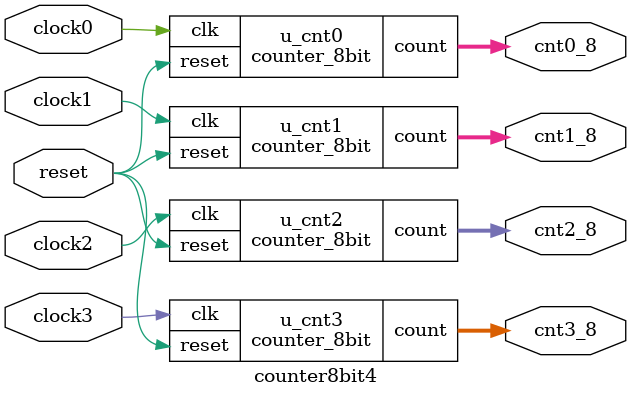
<source format=v>
module counter_8bit (clk, reset, count);
input clk, reset;
output [7:0] count;
reg [7:0] count;                                   

always @ (posedge clk or negedge reset)
if (reset == 1'b0)
begin
  count <= 0;
end 
else 
begin
  count <= count + 1;
end
endmodule  


module counter8bit4 (clock0, clock1, clock2, clock3, reset, cnt0_8, cnt1_8, cnt2_8, cnt3_8);
input clock0, clock1, clock2, clock3;
input reset;
output [7:0] cnt0_8;
output [7:0] cnt1_8;
output [7:0] cnt2_8;
output [7:0] cnt3_8;

counter_8bit u_cnt0(.clk(clock0), .reset(reset), .count(cnt0_8));
counter_8bit u_cnt1(.clk(clock1), .reset(reset), .count(cnt1_8));
counter_8bit u_cnt2(.clk(clock2), .reset(reset), .count(cnt2_8));
counter_8bit u_cnt3(.clk(clock3), .reset(reset), .count(cnt3_8));

endmodule 
</source>
